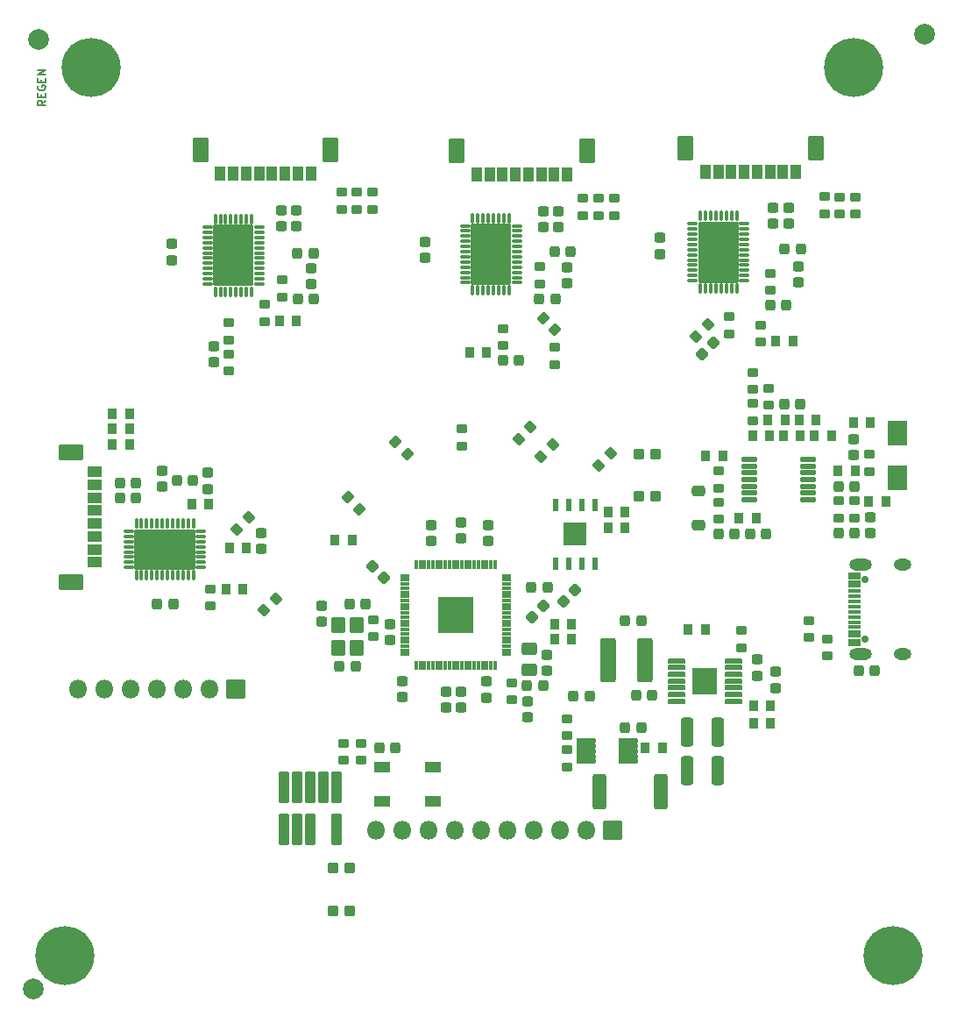
<source format=gts>
%TF.GenerationSoftware,KiCad,Pcbnew,8.0.6-8.0.6-0~ubuntu24.04.1*%
%TF.CreationDate,2025-03-15T16:41:29-07:00*%
%TF.ProjectId,motor_board,6d6f746f-725f-4626-9f61-72642e6b6963,idk*%
%TF.SameCoordinates,Original*%
%TF.FileFunction,Soldermask,Top*%
%TF.FilePolarity,Negative*%
%FSLAX46Y46*%
G04 Gerber Fmt 4.6, Leading zero omitted, Abs format (unit mm)*
G04 Created by KiCad (PCBNEW 8.0.6-8.0.6-0~ubuntu24.04.1) date 2025-03-15 16:41:29*
%MOMM*%
%LPD*%
G01*
G04 APERTURE LIST*
G04 Aperture macros list*
%AMRoundRect*
0 Rectangle with rounded corners*
0 $1 Rounding radius*
0 $2 $3 $4 $5 $6 $7 $8 $9 X,Y pos of 4 corners*
0 Add a 4 corners polygon primitive as box body*
4,1,4,$2,$3,$4,$5,$6,$7,$8,$9,$2,$3,0*
0 Add four circle primitives for the rounded corners*
1,1,$1+$1,$2,$3*
1,1,$1+$1,$4,$5*
1,1,$1+$1,$6,$7*
1,1,$1+$1,$8,$9*
0 Add four rect primitives between the rounded corners*
20,1,$1+$1,$2,$3,$4,$5,0*
20,1,$1+$1,$4,$5,$6,$7,0*
20,1,$1+$1,$6,$7,$8,$9,0*
20,1,$1+$1,$8,$9,$2,$3,0*%
G04 Aperture macros list end*
%ADD10C,0.190500*%
%ADD11RoundRect,0.063500X0.800100X0.152400X-0.800100X0.152400X-0.800100X-0.152400X0.800100X-0.152400X0*%
%ADD12RoundRect,0.063500X1.155000X1.230000X-1.155000X1.230000X-1.155000X-1.230000X1.155000X-1.230000X0*%
%ADD13RoundRect,0.250400X0.250400X0.275400X-0.250400X0.275400X-0.250400X-0.275400X0.250400X-0.275400X0*%
%ADD14RoundRect,0.250400X-0.250400X-0.275400X0.250400X-0.275400X0.250400X0.275400X-0.250400X0.275400X0*%
%ADD15RoundRect,0.225400X0.300400X-0.225400X0.300400X0.225400X-0.300400X0.225400X-0.300400X-0.225400X0*%
%ADD16RoundRect,0.250400X0.275400X-0.250400X0.275400X0.250400X-0.275400X0.250400X-0.275400X-0.250400X0*%
%ADD17C,5.701600*%
%ADD18C,2.000000*%
%ADD19RoundRect,0.225400X0.225400X0.300400X-0.225400X0.300400X-0.225400X-0.300400X0.225400X-0.300400X0*%
%ADD20RoundRect,0.225400X-0.225400X-0.300400X0.225400X-0.300400X0.225400X0.300400X-0.225400X0.300400X0*%
%ADD21RoundRect,0.270735X0.392565X1.455065X-0.392565X1.455065X-0.392565X-1.455065X0.392565X-1.455065X0*%
%ADD22RoundRect,0.355555X0.445245X1.795245X-0.445245X1.795245X-0.445245X-1.795245X0.445245X-1.795245X0*%
%ADD23RoundRect,0.272087X-0.353713X-1.128713X0.353713X-1.128713X0.353713X1.128713X-0.353713X1.128713X0*%
%ADD24RoundRect,0.050800X0.889000X0.165100X-0.889000X0.165100X-0.889000X-0.165100X0.889000X-0.165100X0*%
%ADD25C,0.701600*%
%ADD26RoundRect,0.050800X0.575000X-0.300000X0.575000X0.300000X-0.575000X0.300000X-0.575000X-0.300000X0*%
%ADD27RoundRect,0.050800X0.575000X-0.150000X0.575000X0.150000X-0.575000X0.150000X-0.575000X-0.150000X0*%
%ADD28O,2.201600X1.101600*%
%ADD29O,1.701600X1.101600*%
%ADD30RoundRect,0.250400X0.371797X0.017678X0.017678X0.371797X-0.371797X-0.017678X-0.017678X-0.371797X0*%
%ADD31RoundRect,0.225400X-0.300400X0.225400X-0.300400X-0.225400X0.300400X-0.225400X0.300400X0.225400X0*%
%ADD32RoundRect,0.250400X-0.275400X0.250400X-0.275400X-0.250400X0.275400X-0.250400X0.275400X0.250400X0*%
%ADD33RoundRect,0.050800X-0.121236X-0.453033X0.121236X-0.453033X0.121236X0.453033X-0.121236X0.453033X0*%
%ADD34RoundRect,0.050800X-0.453033X0.121236X-0.453033X-0.121236X0.453033X-0.121236X0.453033X0.121236X0*%
%ADD35C,0.401600*%
%ADD36RoundRect,0.050800X-2.900000X1.900000X-2.900000X-1.900000X2.900000X-1.900000X2.900000X1.900000X0*%
%ADD37RoundRect,0.050800X-0.850000X0.850000X-0.850000X-0.850000X0.850000X-0.850000X0.850000X0.850000X0*%
%ADD38O,1.801600X1.801600*%
%ADD39RoundRect,0.050800X0.121236X0.453033X-0.121236X0.453033X-0.121236X-0.453033X0.121236X-0.453033X0*%
%ADD40RoundRect,0.050800X1.900000X2.900000X-1.900000X2.900000X-1.900000X-2.900000X1.900000X-2.900000X0*%
%ADD41RoundRect,0.225400X0.053033X-0.371797X0.371797X-0.053033X-0.053033X0.371797X-0.371797X0.053033X0*%
%ADD42RoundRect,0.225400X-0.371797X-0.053033X-0.053033X-0.371797X0.371797X0.053033X0.053033X0.371797X0*%
%ADD43RoundRect,0.225400X-0.053033X0.371797X-0.371797X0.053033X0.053033X-0.371797X0.371797X-0.053033X0*%
%ADD44RoundRect,0.050800X-0.750000X-0.450000X0.750000X-0.450000X0.750000X0.450000X-0.750000X0.450000X0*%
%ADD45RoundRect,0.102000X-0.370000X-1.395000X0.370000X-1.395000X0.370000X1.395000X-0.370000X1.395000X0*%
%ADD46RoundRect,0.272087X-0.478713X0.353713X-0.478713X-0.353713X0.478713X-0.353713X0.478713X0.353713X0*%
%ADD47RoundRect,0.050800X0.450000X-0.450000X0.450000X0.450000X-0.450000X0.450000X-0.450000X-0.450000X0*%
%ADD48RoundRect,0.050800X-0.419100X-0.647700X0.419100X-0.647700X0.419100X0.647700X-0.419100X0.647700X0*%
%ADD49RoundRect,0.050800X-0.698500X-1.130300X0.698500X-1.130300X0.698500X1.130300X-0.698500X1.130300X0*%
%ADD50RoundRect,0.050800X-0.600000X0.700000X-0.600000X-0.700000X0.600000X-0.700000X0.600000X0.700000X0*%
%ADD51RoundRect,0.125400X0.662900X0.125400X-0.662900X0.125400X-0.662900X-0.125400X0.662900X-0.125400X0*%
%ADD52RoundRect,0.063500X-0.225000X0.525000X-0.225000X-0.525000X0.225000X-0.525000X0.225000X0.525000X0*%
%ADD53RoundRect,0.063500X-1.050000X-1.050000X1.050000X-1.050000X1.050000X1.050000X-1.050000X1.050000X0*%
%ADD54RoundRect,0.250400X0.017678X-0.371797X0.371797X-0.017678X-0.017678X0.371797X-0.371797X0.017678X0*%
%ADD55RoundRect,0.050800X-0.450000X0.450000X-0.450000X-0.450000X0.450000X-0.450000X0.450000X0.450000X0*%
%ADD56RoundRect,0.050800X0.850000X1.175000X-0.850000X1.175000X-0.850000X-1.175000X0.850000X-1.175000X0*%
%ADD57RoundRect,0.250400X-0.400400X0.250400X-0.400400X-0.250400X0.400400X-0.250400X0.400400X0.250400X0*%
%ADD58RoundRect,0.080400X-0.080400X-0.360400X0.080400X-0.360400X0.080400X0.360400X-0.080400X0.360400X0*%
%ADD59RoundRect,0.080400X-0.360400X0.080400X-0.360400X-0.080400X0.360400X-0.080400X0.360400X0.080400X0*%
%ADD60RoundRect,0.050800X-0.566666X0.566666X-0.566666X-0.566666X0.566666X-0.566666X0.566666X0.566666X0*%
%ADD61RoundRect,0.050800X0.647700X-0.419100X0.647700X0.419100X-0.647700X0.419100X-0.647700X-0.419100X0*%
%ADD62RoundRect,0.050800X1.130300X-0.698500X1.130300X0.698500X-1.130300X0.698500X-1.130300X-0.698500X0*%
%ADD63RoundRect,0.250400X-0.017678X0.371797X-0.371797X0.017678X0.017678X-0.371797X0.371797X-0.017678X0*%
%ADD64RoundRect,0.050800X0.850000X-0.850000X0.850000X0.850000X-0.850000X0.850000X-0.850000X-0.850000X0*%
G04 APERTURE END LIST*
D10*
X101522609Y-60723714D02*
X101159752Y-60977714D01*
X101522609Y-61159143D02*
X100760609Y-61159143D01*
X100760609Y-61159143D02*
X100760609Y-60868857D01*
X100760609Y-60868857D02*
X100796895Y-60796286D01*
X100796895Y-60796286D02*
X100833181Y-60760000D01*
X100833181Y-60760000D02*
X100905752Y-60723714D01*
X100905752Y-60723714D02*
X101014609Y-60723714D01*
X101014609Y-60723714D02*
X101087181Y-60760000D01*
X101087181Y-60760000D02*
X101123466Y-60796286D01*
X101123466Y-60796286D02*
X101159752Y-60868857D01*
X101159752Y-60868857D02*
X101159752Y-61159143D01*
X101123466Y-60397143D02*
X101123466Y-60143143D01*
X101522609Y-60034286D02*
X101522609Y-60397143D01*
X101522609Y-60397143D02*
X100760609Y-60397143D01*
X100760609Y-60397143D02*
X100760609Y-60034286D01*
X100796895Y-59308571D02*
X100760609Y-59381143D01*
X100760609Y-59381143D02*
X100760609Y-59490000D01*
X100760609Y-59490000D02*
X100796895Y-59598857D01*
X100796895Y-59598857D02*
X100869466Y-59671428D01*
X100869466Y-59671428D02*
X100942038Y-59707714D01*
X100942038Y-59707714D02*
X101087181Y-59744000D01*
X101087181Y-59744000D02*
X101196038Y-59744000D01*
X101196038Y-59744000D02*
X101341181Y-59707714D01*
X101341181Y-59707714D02*
X101413752Y-59671428D01*
X101413752Y-59671428D02*
X101486324Y-59598857D01*
X101486324Y-59598857D02*
X101522609Y-59490000D01*
X101522609Y-59490000D02*
X101522609Y-59417428D01*
X101522609Y-59417428D02*
X101486324Y-59308571D01*
X101486324Y-59308571D02*
X101450038Y-59272285D01*
X101450038Y-59272285D02*
X101196038Y-59272285D01*
X101196038Y-59272285D02*
X101196038Y-59417428D01*
X101123466Y-58945714D02*
X101123466Y-58691714D01*
X101522609Y-58582857D02*
X101522609Y-58945714D01*
X101522609Y-58945714D02*
X100760609Y-58945714D01*
X100760609Y-58945714D02*
X100760609Y-58582857D01*
X101522609Y-58256285D02*
X100760609Y-58256285D01*
X100760609Y-58256285D02*
X101522609Y-57820856D01*
X101522609Y-57820856D02*
X100760609Y-57820856D01*
D11*
X168004604Y-118740034D03*
X168004604Y-118090021D03*
X168004604Y-117440012D03*
X168004604Y-116790000D03*
X168004604Y-116139988D03*
X168004604Y-115489979D03*
X168004604Y-114839966D03*
X162467404Y-114839966D03*
X162467404Y-115489979D03*
X162467404Y-116139988D03*
X162467404Y-116790000D03*
X162467404Y-117440012D03*
X162467404Y-118090021D03*
X162467404Y-118740034D03*
D12*
X165236004Y-116790000D03*
D13*
X159069100Y-110973900D03*
X157519100Y-110973900D03*
D14*
X152519100Y-118223900D03*
X154069100Y-118223900D03*
X158603600Y-118152400D03*
X160153600Y-118152400D03*
D15*
X168776600Y-113579900D03*
X168776600Y-111929900D03*
D16*
X170237100Y-116260400D03*
X170237100Y-114710400D03*
D17*
X105946000Y-57564100D03*
X103426000Y-143294000D03*
X183426100Y-143294100D03*
X179606000Y-57564000D03*
D18*
X100330000Y-146558000D03*
D14*
X180100000Y-115800000D03*
X181650000Y-115800000D03*
D19*
X171570100Y-119168400D03*
X169920100Y-119168400D03*
D16*
X172015100Y-117466900D03*
X172015100Y-115916900D03*
D20*
X163619100Y-111773900D03*
X165269100Y-111773900D03*
X169920100Y-120882900D03*
X171570100Y-120882900D03*
D21*
X160962500Y-127500000D03*
X155037500Y-127500000D03*
D22*
X159464100Y-114786900D03*
X155864100Y-114786900D03*
D23*
X163507004Y-121743000D03*
X166457004Y-121743000D03*
X163507004Y-125454900D03*
X166457004Y-125454900D03*
D19*
X161119100Y-123223900D03*
X159469100Y-123223900D03*
D24*
X157838800Y-124549901D03*
X157838800Y-124049899D03*
X157838800Y-123549900D03*
X157838800Y-123049901D03*
X157838800Y-122549899D03*
X153749400Y-122549899D03*
X153749400Y-123049901D03*
X153749400Y-123549900D03*
X153749400Y-124049899D03*
X153749400Y-124549901D03*
D14*
X157519100Y-121323900D03*
X159069100Y-121323900D03*
D25*
X180735000Y-112735000D03*
X180735000Y-106965000D03*
D26*
X179660000Y-113050000D03*
X179660000Y-112250000D03*
D27*
X179660000Y-111100000D03*
X179660000Y-110100000D03*
X179660000Y-109600000D03*
X179660000Y-108600000D03*
D26*
X179660000Y-107450000D03*
X179660000Y-106650000D03*
D27*
X179660000Y-108100000D03*
X179660000Y-109100000D03*
X179660000Y-110600000D03*
X179660000Y-111600000D03*
D28*
X180235000Y-114170000D03*
D29*
X184375000Y-114170000D03*
D28*
X180235000Y-105530000D03*
D29*
X184375000Y-105530000D03*
D30*
X134217108Y-106846908D03*
X133121092Y-105750892D03*
D31*
X170647132Y-82426933D03*
X170647132Y-84076933D03*
D14*
X125897132Y-79926933D03*
X127447132Y-79926933D03*
D32*
X140194100Y-117798900D03*
X140194100Y-119348900D03*
D16*
X112754087Y-98003419D03*
X112754087Y-96453419D03*
D14*
X125847132Y-75451933D03*
X127397132Y-75451933D03*
D20*
X150719100Y-112773900D03*
X152369100Y-112773900D03*
D19*
X181219100Y-91873900D03*
X179569100Y-91873900D03*
D31*
X124397132Y-78051933D03*
X124397132Y-79701933D03*
D18*
X186436000Y-54356000D03*
D32*
X160847132Y-74001933D03*
X160847132Y-75551933D03*
D16*
X141694100Y-102998900D03*
X141694100Y-101448900D03*
D33*
X115797132Y-101567835D03*
X115297133Y-101567835D03*
X114797131Y-101567835D03*
X114297132Y-101567835D03*
X113797133Y-101567835D03*
X113297132Y-101567835D03*
X112797132Y-101567835D03*
X112297131Y-101567835D03*
X111797132Y-101567835D03*
X111297133Y-101567835D03*
X110797131Y-101567835D03*
X110297132Y-101567835D03*
D34*
X109544099Y-102320869D03*
X109544099Y-102820868D03*
X109544099Y-103320867D03*
X109544099Y-103820868D03*
X109544099Y-104320868D03*
X109544099Y-104820869D03*
X109544099Y-105320868D03*
X109544099Y-105820867D03*
D33*
X110297132Y-106573901D03*
X110797131Y-106573901D03*
X111297133Y-106573901D03*
X111797132Y-106573901D03*
X112297131Y-106573901D03*
X112797132Y-106573901D03*
X113297132Y-106573901D03*
X113797133Y-106573901D03*
X114297132Y-106573901D03*
X114797131Y-106573901D03*
X115297133Y-106573901D03*
X115797132Y-106573901D03*
D34*
X116550165Y-105820867D03*
X116550165Y-105320868D03*
X116550165Y-104820869D03*
X116550165Y-104320868D03*
X116550165Y-103820868D03*
X116550165Y-103320867D03*
X116550165Y-102820868D03*
X116550165Y-102320869D03*
D35*
X114297132Y-102570868D03*
X113047132Y-102570868D03*
X111797132Y-102570868D03*
X115547132Y-103570868D03*
X114297132Y-103570868D03*
X113047132Y-103570868D03*
X111797132Y-103570868D03*
X110547132Y-103570868D03*
D36*
X113047132Y-104070868D03*
D35*
X115547132Y-104570868D03*
X114297132Y-104570868D03*
X113047132Y-104570868D03*
X111797132Y-104570868D03*
X110547132Y-104570868D03*
X114297132Y-105570868D03*
X113047132Y-105570868D03*
X111797132Y-105570868D03*
D15*
X166594100Y-98148900D03*
X166594100Y-96498900D03*
D14*
X108704087Y-97653419D03*
X110254087Y-97653419D03*
D31*
X119222132Y-85201933D03*
X119222132Y-86851933D03*
D20*
X150719100Y-111273900D03*
X152369100Y-111273900D03*
D16*
X122369100Y-104023900D03*
X122369100Y-102473900D03*
D19*
X170169100Y-101073900D03*
X168519100Y-101073900D03*
X109619100Y-92448900D03*
X107969100Y-92448900D03*
D15*
X177032000Y-114387000D03*
X177032000Y-112737000D03*
D32*
X125757132Y-71301933D03*
X125757132Y-72851933D03*
D37*
X119914100Y-117573900D03*
D38*
X117374100Y-117573900D03*
X114834100Y-117573900D03*
X112294100Y-117573900D03*
X109754100Y-117573900D03*
X107214100Y-117573900D03*
X104674100Y-117573900D03*
D15*
X176797132Y-71676933D03*
X176797132Y-70026933D03*
D20*
X169819100Y-93073900D03*
X171469100Y-93073900D03*
X172819100Y-93073900D03*
X174469100Y-93073900D03*
D32*
X113747132Y-74601933D03*
X113747132Y-76151933D03*
D13*
X132444100Y-109323900D03*
X130894100Y-109323900D03*
D34*
X147050165Y-78326933D03*
X147050165Y-77826934D03*
X147050165Y-77326932D03*
X147050165Y-76826933D03*
X147050165Y-76326934D03*
X147050165Y-75826933D03*
X147050165Y-75326933D03*
X147050165Y-74826932D03*
X147050165Y-74326933D03*
X147050165Y-73826934D03*
X147050165Y-73326932D03*
X147050165Y-72826933D03*
D39*
X146297131Y-72073900D03*
X145797132Y-72073900D03*
X145297133Y-72073900D03*
X144797132Y-72073900D03*
X144297132Y-72073900D03*
X143797131Y-72073900D03*
X143297132Y-72073900D03*
X142797133Y-72073900D03*
D34*
X142044099Y-72826933D03*
X142044099Y-73326932D03*
X142044099Y-73826934D03*
X142044099Y-74326933D03*
X142044099Y-74826932D03*
X142044099Y-75326933D03*
X142044099Y-75826933D03*
X142044099Y-76326934D03*
X142044099Y-76826933D03*
X142044099Y-77326932D03*
X142044099Y-77826934D03*
X142044099Y-78326933D03*
D39*
X142797133Y-79079966D03*
X143297132Y-79079966D03*
X143797131Y-79079966D03*
X144297132Y-79079966D03*
X144797132Y-79079966D03*
X145297133Y-79079966D03*
X145797132Y-79079966D03*
X146297131Y-79079966D03*
D35*
X146047132Y-76826933D03*
X146047132Y-75576933D03*
X146047132Y-74326933D03*
X145047132Y-78076933D03*
X145047132Y-76826933D03*
X145047132Y-75576933D03*
X145047132Y-74326933D03*
X145047132Y-73076933D03*
D40*
X144547132Y-75576933D03*
D35*
X144047132Y-78076933D03*
X144047132Y-76826933D03*
X144047132Y-75576933D03*
X144047132Y-74326933D03*
X144047132Y-73076933D03*
X143047132Y-76826933D03*
X143047132Y-75576933D03*
X143047132Y-74326933D03*
D32*
X173322132Y-71051933D03*
X173322132Y-72601933D03*
D16*
X128194100Y-111048900D03*
X128194100Y-109498900D03*
D20*
X175819100Y-93073900D03*
X177469100Y-93073900D03*
D13*
X174419100Y-90073900D03*
X172869100Y-90073900D03*
D19*
X157519100Y-100473900D03*
X155869100Y-100473900D03*
D20*
X172094100Y-83998900D03*
X173744100Y-83998900D03*
D16*
X144294100Y-103248900D03*
X144294100Y-101698900D03*
D14*
X108704087Y-99153419D03*
X110254087Y-99153419D03*
D16*
X138794100Y-103248900D03*
X138794100Y-101698900D03*
D31*
X169844100Y-89998900D03*
X169844100Y-91648900D03*
X178112850Y-99398900D03*
X178112850Y-101048900D03*
D20*
X119269100Y-103973900D03*
X120919100Y-103973900D03*
D41*
X154960737Y-95957263D03*
X156127463Y-94790537D03*
D32*
X135994100Y-116798900D03*
X135994100Y-118348900D03*
D20*
X124122132Y-82026933D03*
X125772132Y-82026933D03*
D15*
X117479087Y-109528419D03*
X117479087Y-107878419D03*
D13*
X131469100Y-115373900D03*
X129919100Y-115373900D03*
D15*
X130122132Y-71251933D03*
X130122132Y-69601933D03*
D20*
X115629087Y-99678419D03*
X117279087Y-99678419D03*
D13*
X171119100Y-102573900D03*
X169569100Y-102573900D03*
D32*
X134794100Y-111298900D03*
X134794100Y-112848900D03*
D31*
X119222132Y-82201933D03*
X119222132Y-83851933D03*
D42*
X149585737Y-81715537D03*
X150752463Y-82882263D03*
D43*
X165530495Y-82368570D03*
X164363769Y-83535296D03*
D44*
X134044100Y-125123900D03*
X134044100Y-128423900D03*
X138944100Y-128423900D03*
X138944100Y-125123900D03*
D14*
X166569100Y-102573900D03*
X168119100Y-102573900D03*
D43*
X150552463Y-93990537D03*
X149385737Y-95157263D03*
D32*
X179619100Y-93448900D03*
X179619100Y-94998900D03*
D14*
X150719100Y-75323900D03*
X152269100Y-75323900D03*
X149219100Y-79873900D03*
X150769100Y-79873900D03*
D19*
X109629087Y-93953419D03*
X107979087Y-93953419D03*
D14*
X172922132Y-75076933D03*
X174472132Y-75076933D03*
D19*
X182719100Y-99473900D03*
X181069100Y-99473900D03*
D13*
X179669100Y-97973900D03*
X178119100Y-97973900D03*
D31*
X181119100Y-94898900D03*
X181119100Y-96548900D03*
D15*
X175300000Y-112600000D03*
X175300000Y-110950000D03*
D45*
X124547500Y-131141400D03*
X124547500Y-127071400D03*
X125817500Y-131141400D03*
X125817500Y-127071400D03*
X127087500Y-131141400D03*
X127087500Y-127071400D03*
X128357500Y-127071400D03*
X129627500Y-131141400D03*
X129627500Y-127071400D03*
D42*
X135310737Y-93715537D03*
X136477463Y-94882263D03*
D46*
X148294100Y-113648900D03*
X148294100Y-115698900D03*
D15*
X146594100Y-118598900D03*
X146594100Y-116948900D03*
D31*
X149244100Y-76798900D03*
X149244100Y-78448900D03*
D47*
X158844100Y-94873900D03*
X158844100Y-98973900D03*
X160444100Y-94873900D03*
X160444100Y-98973900D03*
D48*
X151919100Y-67868100D03*
X150669100Y-67868100D03*
X149419100Y-67868100D03*
X148169100Y-67868100D03*
X146919100Y-67868100D03*
X145669100Y-67868100D03*
X144419100Y-67868100D03*
X143169100Y-67868100D03*
D49*
X141269099Y-65573210D03*
X153819101Y-65573210D03*
D14*
X171522132Y-80476933D03*
X173072132Y-80476933D03*
D15*
X154919100Y-71848900D03*
X154919100Y-70198900D03*
D19*
X144119100Y-85073900D03*
X142469100Y-85073900D03*
D15*
X131622132Y-71251933D03*
X131622132Y-69601933D03*
X179644100Y-101048900D03*
X179644100Y-99398900D03*
D14*
X148044100Y-117273900D03*
X149594100Y-117273900D03*
D19*
X179719100Y-96473900D03*
X178069100Y-96473900D03*
D13*
X179669100Y-102473900D03*
X178119100Y-102473900D03*
D18*
X100838000Y-54864000D03*
D19*
X109619100Y-90948900D03*
X107969100Y-90948900D03*
D20*
X174319100Y-91573900D03*
X175969100Y-91573900D03*
D32*
X148069100Y-118723900D03*
X148069100Y-120273900D03*
D15*
X133097132Y-71251933D03*
X133097132Y-69601933D03*
X132044100Y-124436400D03*
X132044100Y-122786400D03*
D32*
X124297132Y-71301933D03*
X124297132Y-72851933D03*
D31*
X171547132Y-77401933D03*
X171547132Y-79051933D03*
D43*
X148377463Y-92240537D03*
X147210737Y-93407263D03*
D20*
X129494100Y-103198900D03*
X131144100Y-103198900D03*
D32*
X171822132Y-71051933D03*
X171822132Y-72601933D03*
D31*
X169844100Y-86998900D03*
X169844100Y-88648900D03*
D19*
X166969100Y-95023900D03*
X165319100Y-95023900D03*
D13*
X150019100Y-107723900D03*
X148469100Y-107723900D03*
D50*
X129844100Y-111373900D03*
X129844100Y-113573900D03*
X131544100Y-113573900D03*
X131544100Y-111373900D03*
D32*
X127197132Y-76926933D03*
X127197132Y-78476933D03*
D51*
X175206600Y-99273900D03*
X175206600Y-98623900D03*
X175206600Y-97973900D03*
X175206600Y-97323900D03*
X175206600Y-96673900D03*
X175206600Y-96023900D03*
X175206600Y-95373900D03*
X169481600Y-95373900D03*
X169481600Y-96023900D03*
X169481600Y-96673900D03*
X169481600Y-97323900D03*
X169481600Y-97973900D03*
X169481600Y-98623900D03*
X169481600Y-99273900D03*
D32*
X141694100Y-117798900D03*
X141694100Y-119348900D03*
D52*
X154599100Y-99773900D03*
X153329100Y-99773900D03*
X152059100Y-99773900D03*
X150789100Y-99773900D03*
X150789100Y-105473900D03*
X152059100Y-105473900D03*
X153329100Y-105473900D03*
X154599100Y-105473900D03*
D53*
X152694100Y-102623900D03*
D14*
X133794100Y-123273900D03*
X135344100Y-123273900D03*
D15*
X133194100Y-112498900D03*
X133194100Y-110848900D03*
D32*
X117747132Y-84476933D03*
X117747132Y-86026933D03*
D48*
X174022132Y-67651933D03*
X172772132Y-67651933D03*
X171522132Y-67651933D03*
X170272132Y-67651933D03*
X169022132Y-67651933D03*
X167772132Y-67651933D03*
X166522132Y-67651933D03*
X165272132Y-67651933D03*
D49*
X163372131Y-65357043D03*
X175922133Y-65357043D03*
D34*
X169050165Y-78126933D03*
X169050165Y-77626934D03*
X169050165Y-77126932D03*
X169050165Y-76626933D03*
X169050165Y-76126934D03*
X169050165Y-75626933D03*
X169050165Y-75126933D03*
X169050165Y-74626932D03*
X169050165Y-74126933D03*
X169050165Y-73626934D03*
X169050165Y-73126932D03*
X169050165Y-72626933D03*
D39*
X168297131Y-71873900D03*
X167797132Y-71873900D03*
X167297133Y-71873900D03*
X166797132Y-71873900D03*
X166297132Y-71873900D03*
X165797131Y-71873900D03*
X165297132Y-71873900D03*
X164797133Y-71873900D03*
D34*
X164044099Y-72626933D03*
X164044099Y-73126932D03*
X164044099Y-73626934D03*
X164044099Y-74126933D03*
X164044099Y-74626932D03*
X164044099Y-75126933D03*
X164044099Y-75626933D03*
X164044099Y-76126934D03*
X164044099Y-76626933D03*
X164044099Y-77126932D03*
X164044099Y-77626934D03*
X164044099Y-78126933D03*
D39*
X164797133Y-78879966D03*
X165297132Y-78879966D03*
X165797131Y-78879966D03*
X166297132Y-78879966D03*
X166797132Y-78879966D03*
X167297133Y-78879966D03*
X167797132Y-78879966D03*
X168297131Y-78879966D03*
D35*
X168047132Y-76626933D03*
X168047132Y-75376933D03*
X168047132Y-74126933D03*
X167047132Y-77876933D03*
X167047132Y-76626933D03*
X167047132Y-75376933D03*
X167047132Y-74126933D03*
X167047132Y-72876933D03*
D40*
X166547132Y-75376933D03*
D35*
X166047132Y-77876933D03*
X166047132Y-76626933D03*
X166047132Y-75376933D03*
X166047132Y-74126933D03*
X166047132Y-72876933D03*
X165047132Y-76626933D03*
X165047132Y-75376933D03*
X165047132Y-74126933D03*
D54*
X148546092Y-110596908D03*
X149642108Y-109500892D03*
D55*
X130940425Y-138957500D03*
X130940425Y-134857500D03*
X129340425Y-138957500D03*
X129340425Y-134857500D03*
D42*
X130710737Y-99015537D03*
X131877463Y-100182263D03*
D15*
X179747132Y-71701933D03*
X179747132Y-70051933D03*
D14*
X112319100Y-109373900D03*
X113869100Y-109373900D03*
D56*
X183844100Y-97173900D03*
X183844100Y-92873900D03*
D14*
X145719100Y-85823900D03*
X147269100Y-85823900D03*
D32*
X149994100Y-114248900D03*
X149994100Y-115798900D03*
D20*
X171319100Y-91573900D03*
X172969100Y-91573900D03*
D32*
X151894100Y-76848900D03*
X151894100Y-78398900D03*
X181169100Y-100948900D03*
X181169100Y-102498900D03*
X138194100Y-74398900D03*
X138194100Y-75948900D03*
D31*
X122697132Y-80426933D03*
X122697132Y-82076933D03*
D34*
X122175165Y-78451933D03*
X122175165Y-77951934D03*
X122175165Y-77451932D03*
X122175165Y-76951933D03*
X122175165Y-76451934D03*
X122175165Y-75951933D03*
X122175165Y-75451933D03*
X122175165Y-74951932D03*
X122175165Y-74451933D03*
X122175165Y-73951934D03*
X122175165Y-73451932D03*
X122175165Y-72951933D03*
D39*
X121422131Y-72198900D03*
X120922132Y-72198900D03*
X120422133Y-72198900D03*
X119922132Y-72198900D03*
X119422132Y-72198900D03*
X118922131Y-72198900D03*
X118422132Y-72198900D03*
X117922133Y-72198900D03*
D34*
X117169099Y-72951933D03*
X117169099Y-73451932D03*
X117169099Y-73951934D03*
X117169099Y-74451933D03*
X117169099Y-74951932D03*
X117169099Y-75451933D03*
X117169099Y-75951933D03*
X117169099Y-76451934D03*
X117169099Y-76951933D03*
X117169099Y-77451932D03*
X117169099Y-77951934D03*
X117169099Y-78451933D03*
D39*
X117922133Y-79204966D03*
X118422132Y-79204966D03*
X118922131Y-79204966D03*
X119422132Y-79204966D03*
X119922132Y-79204966D03*
X120422133Y-79204966D03*
X120922132Y-79204966D03*
X121422131Y-79204966D03*
D35*
X121172132Y-76951933D03*
X121172132Y-75701933D03*
X121172132Y-74451933D03*
X120172132Y-78201933D03*
X120172132Y-76951933D03*
X120172132Y-75701933D03*
X120172132Y-74451933D03*
X120172132Y-73201933D03*
D40*
X119672132Y-75701933D03*
D35*
X119172132Y-78201933D03*
X119172132Y-76951933D03*
X119172132Y-75701933D03*
X119172132Y-74451933D03*
X119172132Y-73201933D03*
X118172132Y-76951933D03*
X118172132Y-75701933D03*
X118172132Y-74451933D03*
D31*
X150694100Y-84573900D03*
X150694100Y-86223900D03*
D32*
X174297132Y-76751933D03*
X174297132Y-78301933D03*
D31*
X167597132Y-81601933D03*
X167597132Y-83251933D03*
X166594100Y-99498900D03*
X166594100Y-101148900D03*
X171344100Y-88498900D03*
X171344100Y-90148900D03*
D15*
X178272132Y-71701933D03*
X178272132Y-70051933D03*
X153394100Y-71848900D03*
X153394100Y-70198900D03*
D32*
X144144100Y-116848900D03*
X144144100Y-118398900D03*
D14*
X114229087Y-97378419D03*
X115779087Y-97378419D03*
D31*
X151894100Y-123448900D03*
X151894100Y-125098900D03*
D20*
X155869100Y-101973900D03*
X157519100Y-101973900D03*
D41*
X122645724Y-109986782D03*
X123812450Y-108820056D03*
D57*
X164644100Y-98473900D03*
X164644100Y-101773900D03*
D32*
X149584100Y-71398900D03*
X149584100Y-72948900D03*
D16*
X117229087Y-98228419D03*
X117229087Y-96678419D03*
D58*
X144944100Y-105527400D03*
X144544100Y-105527400D03*
X144144100Y-105527400D03*
X143744100Y-105527400D03*
X143344100Y-105527400D03*
X142944100Y-105527400D03*
X142544100Y-105527400D03*
X142144100Y-105527400D03*
X141744100Y-105527400D03*
X141344100Y-105527400D03*
X140944100Y-105527400D03*
X140544100Y-105527400D03*
X140144100Y-105527400D03*
X139744100Y-105527400D03*
X139344100Y-105527400D03*
X138944100Y-105527400D03*
X138544100Y-105527400D03*
X138144100Y-105527400D03*
X137744100Y-105527400D03*
X137344100Y-105527400D03*
D59*
X136247600Y-106623900D03*
X136247600Y-107023900D03*
X136247600Y-107423900D03*
X136247600Y-107823900D03*
X136247600Y-108223900D03*
X136247600Y-108623900D03*
X136247600Y-109023900D03*
X136247600Y-109423900D03*
X136247600Y-109823900D03*
X136247600Y-110223900D03*
X136247600Y-110623900D03*
X136247600Y-111023900D03*
X136247600Y-111423900D03*
X136247600Y-111823900D03*
X136247600Y-112223900D03*
X136247600Y-112623900D03*
X136247600Y-113023900D03*
X136247600Y-113423900D03*
X136247600Y-113823900D03*
X136247600Y-114223900D03*
D58*
X137344100Y-115320400D03*
X137744100Y-115320400D03*
X138144100Y-115320400D03*
X138544100Y-115320400D03*
X138944100Y-115320400D03*
X139344100Y-115320400D03*
X139744100Y-115320400D03*
X140144100Y-115320400D03*
X140544100Y-115320400D03*
X140944100Y-115320400D03*
X141344100Y-115320400D03*
X141744100Y-115320400D03*
X142144100Y-115320400D03*
X142544100Y-115320400D03*
X142944100Y-115320400D03*
X143344100Y-115320400D03*
X143744100Y-115320400D03*
X144144100Y-115320400D03*
X144544100Y-115320400D03*
X144944100Y-115320400D03*
D59*
X146040600Y-114223900D03*
X146040600Y-113823900D03*
X146040600Y-113423900D03*
X146040600Y-113023900D03*
X146040600Y-112623900D03*
X146040600Y-112223900D03*
X146040600Y-111823900D03*
X146040600Y-111423900D03*
X146040600Y-111023900D03*
X146040600Y-110623900D03*
X146040600Y-110223900D03*
X146040600Y-109823900D03*
X146040600Y-109423900D03*
X146040600Y-109023900D03*
X146040600Y-108623900D03*
X146040600Y-108223900D03*
X146040600Y-107823900D03*
X146040600Y-107423900D03*
X146040600Y-107023900D03*
X146040600Y-106623900D03*
D25*
X142277433Y-109290567D03*
D60*
X142277433Y-109290567D03*
D25*
X141144100Y-109290567D03*
D60*
X141144100Y-109290567D03*
D25*
X140010767Y-109290567D03*
D60*
X140010767Y-109290567D03*
D25*
X142277433Y-110423900D03*
D60*
X142277433Y-110423900D03*
D25*
X141144100Y-110423900D03*
D60*
X141144100Y-110423900D03*
D25*
X140010767Y-110423900D03*
D60*
X140010767Y-110423900D03*
D25*
X142277433Y-111557233D03*
D60*
X142277433Y-111557233D03*
D25*
X141144100Y-111557233D03*
D60*
X141144100Y-111557233D03*
D25*
X140010767Y-111557233D03*
D60*
X140010767Y-111557233D03*
D31*
X145744100Y-82748900D03*
X145744100Y-84398900D03*
D20*
X118929087Y-107878419D03*
X120579087Y-107878419D03*
D61*
X106304087Y-96578419D03*
X106304087Y-97828419D03*
X106304087Y-99078419D03*
X106304087Y-100328419D03*
X106304087Y-101578419D03*
X106304087Y-102828419D03*
X106304087Y-104078419D03*
X106304087Y-105328419D03*
D62*
X104009197Y-107228420D03*
X104009197Y-94678418D03*
D41*
X119985737Y-102157263D03*
X121152463Y-100990537D03*
D63*
X152692108Y-107975892D03*
X151596092Y-109071908D03*
D48*
X127147132Y-67796133D03*
X125897132Y-67796133D03*
X124647132Y-67796133D03*
X123397132Y-67796133D03*
X122147132Y-67796133D03*
X120897132Y-67796133D03*
X119647132Y-67796133D03*
X118397132Y-67796133D03*
D49*
X116497131Y-65501243D03*
X129047133Y-65501243D03*
D32*
X151094100Y-71398900D03*
X151094100Y-72948900D03*
D31*
X141744100Y-92448900D03*
X141744100Y-94098900D03*
D15*
X130294100Y-124436400D03*
X130294100Y-122786400D03*
X151894100Y-122098900D03*
X151894100Y-120448900D03*
X156444100Y-71848900D03*
X156444100Y-70198900D03*
D63*
X166020140Y-84103925D03*
X164924124Y-85199941D03*
D64*
X156282000Y-131200000D03*
D38*
X153742000Y-131200000D03*
X151202000Y-131200000D03*
X148662000Y-131200000D03*
X146122000Y-131200000D03*
X143582000Y-131200000D03*
X141042000Y-131200000D03*
X138502000Y-131200000D03*
X135962000Y-131200000D03*
X133422000Y-131200000D03*
M02*

</source>
